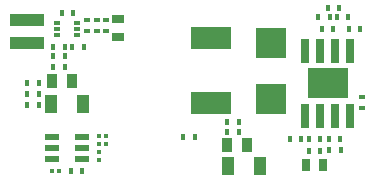
<source format=gbr>
G04 EAGLE Gerber RS-274X export*
G75*
%MOMM*%
%FSLAX34Y34*%
%LPD*%
%INSolderpaste Top*%
%IPPOS*%
%AMOC8*
5,1,8,0,0,1.08239X$1,22.5*%
G01*
%ADD10R,0.800000X2.000000*%
%ADD11R,3.500000X2.600000*%
%ADD12R,2.540000X2.540000*%
%ADD13R,3.400000X1.850000*%
%ADD14R,0.609600X0.457200*%
%ADD15R,0.457200X0.609600*%
%ADD16R,1.041400X0.711200*%
%ADD17R,3.000000X1.000000*%
%ADD18R,0.475000X0.300000*%
%ADD19R,0.711200X1.041400*%
%ADD20R,0.450000X0.600000*%
%ADD21R,0.550000X0.450000*%
%ADD22R,0.450000X0.550000*%
%ADD23R,0.850000X1.300000*%
%ADD24R,1.100000X1.650000*%
%ADD25R,1.270000X0.508000*%
%ADD26R,0.400000X0.450000*%
%ADD27R,0.450000X0.400000*%
%ADD28R,0.370000X0.450000*%


D10*
X268220Y91820D03*
X280920Y91820D03*
X293620Y91820D03*
X306320Y91820D03*
X306320Y147320D03*
X293620Y147320D03*
X280920Y147320D03*
X268220Y147320D03*
D11*
X287270Y119570D03*
D12*
X239460Y153323D03*
X239460Y106333D03*
D13*
X188754Y158086D03*
X188754Y102586D03*
D14*
X100000Y163474D03*
X100000Y173126D03*
D15*
X64826Y133030D03*
X55174Y133030D03*
X71826Y179300D03*
X62174Y179300D03*
D16*
X110000Y173793D03*
X110000Y158807D03*
D15*
X32964Y101140D03*
X42616Y101140D03*
X32964Y119810D03*
X42616Y119810D03*
D17*
X32500Y173300D03*
X32500Y153300D03*
D18*
X75380Y160300D03*
X75380Y165300D03*
X75380Y170300D03*
X58620Y170300D03*
X58620Y165300D03*
X58620Y160300D03*
D15*
X55174Y150300D03*
X64826Y150300D03*
X71174Y150300D03*
X80826Y150300D03*
D14*
X84000Y163474D03*
X84000Y173126D03*
X92000Y163474D03*
X92000Y173126D03*
D15*
X32964Y110410D03*
X42616Y110410D03*
D19*
X283763Y50570D03*
X268777Y50570D03*
D20*
X291970Y165570D03*
X282570Y165570D03*
D21*
X316460Y108270D03*
X316460Y98870D03*
D20*
X264970Y72570D03*
X255570Y72570D03*
X296970Y183570D03*
X287570Y183570D03*
D22*
X288970Y175570D03*
X279570Y175570D03*
X304970Y175570D03*
X295570Y175570D03*
X314970Y165570D03*
X305570Y165570D03*
D15*
X271444Y62570D03*
X281096Y62570D03*
X271444Y72570D03*
X281096Y72570D03*
X212096Y86570D03*
X202444Y86570D03*
X212096Y78570D03*
X202444Y78570D03*
X55174Y142300D03*
X64826Y142300D03*
D23*
X54000Y121430D03*
X70500Y121430D03*
X202270Y67078D03*
X218770Y67078D03*
D24*
X53500Y102160D03*
X80500Y102160D03*
X202770Y49610D03*
X229770Y49610D03*
D25*
X54300Y65000D03*
X54300Y74525D03*
X54300Y55475D03*
X79700Y65000D03*
X79700Y55475D03*
X79700Y74525D03*
D20*
X79700Y45000D03*
X70300Y45000D03*
D26*
X53950Y45000D03*
X60050Y45000D03*
D27*
X94000Y61050D03*
X94000Y54950D03*
D26*
X93950Y75000D03*
X100050Y75000D03*
D28*
X94050Y68000D03*
X99950Y68000D03*
D22*
X298070Y72390D03*
X288670Y72390D03*
D15*
X298450Y62992D03*
X288798Y62992D03*
X165100Y74422D03*
X174752Y74422D03*
M02*

</source>
